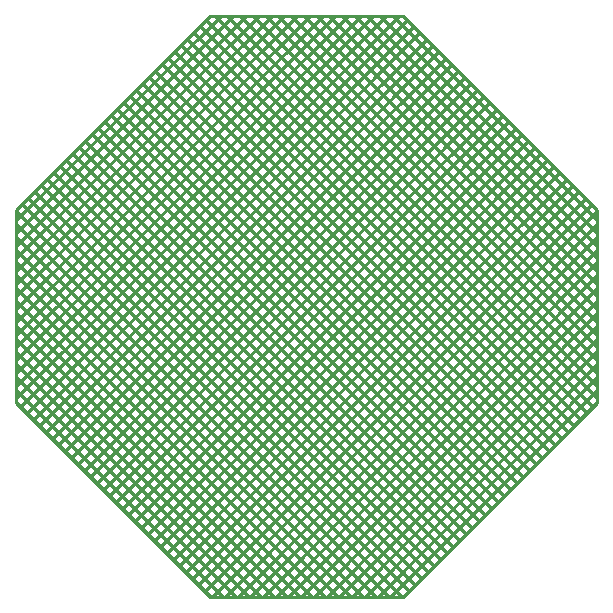
<source format=gtl>
G04 Layer: TopLayer*
G04 EasyEDA v6.5.9, 2022-09-28 16:40:11*
G04 a67cddfb3fce44daa9051d46cbbcc19f,10*
G04 Gerber Generator version 0.2*
G04 Scale: 100 percent, Rotated: No, Reflected: No *
G04 Dimensions in millimeters *
G04 leading zeros omitted , absolute positions ,4 integer and 5 decimal *
%FSLAX45Y45*%
%MOMM*%

%ADD10C,0.2540*%

%LPD*%
D10*
X3317302Y38862D02*
G01*
X1682796Y38862D01*
X1682796Y38862D02*
G01*
X38862Y1682796D01*
X38862Y1682796D02*
G01*
X38862Y3317302D01*
X38862Y3317302D02*
G01*
X1682796Y4961237D01*
X1682796Y4961237D02*
G01*
X3317302Y4961237D01*
X3317302Y4961237D02*
G01*
X4961237Y3317302D01*
X4961237Y3317302D02*
G01*
X4961237Y1682796D01*
X4961237Y1682796D02*
G01*
X3317302Y38862D01*
X38862Y1685347D02*
G01*
X1685347Y38862D01*
X38862Y1793110D02*
G01*
X1793110Y38862D01*
X38862Y1900873D02*
G01*
X1900873Y38862D01*
X38862Y2008636D02*
G01*
X2008636Y38862D01*
X38862Y2116399D02*
G01*
X2116399Y38862D01*
X38862Y2224162D02*
G01*
X2224162Y38862D01*
X38862Y2331925D02*
G01*
X2331925Y38862D01*
X38862Y2439688D02*
G01*
X2439688Y38862D01*
X38862Y2547451D02*
G01*
X2547451Y38862D01*
X38862Y2655214D02*
G01*
X2655214Y38862D01*
X38862Y2762977D02*
G01*
X2762977Y38862D01*
X38862Y2870741D02*
G01*
X2870741Y38862D01*
X38862Y2978504D02*
G01*
X2978504Y38862D01*
X38862Y3086267D02*
G01*
X3086267Y38862D01*
X38862Y3194030D02*
G01*
X3194030Y38862D01*
X38862Y3301793D02*
G01*
X3301793Y38862D01*
X84988Y3363429D02*
G01*
X3363429Y84988D01*
X138870Y3417310D02*
G01*
X3417310Y138870D01*
X192752Y3471192D02*
G01*
X3471192Y192752D01*
X246633Y3525073D02*
G01*
X3525073Y246633D01*
X300515Y3578955D02*
G01*
X3578955Y300515D01*
X354396Y3632837D02*
G01*
X3632837Y354396D01*
X408278Y3686718D02*
G01*
X3686718Y408278D01*
X462159Y3740600D02*
G01*
X3740600Y462159D01*
X516041Y3794481D02*
G01*
X3794481Y516041D01*
X569922Y3848363D02*
G01*
X3848363Y569922D01*
X623804Y3902244D02*
G01*
X3902244Y623804D01*
X677685Y3956126D02*
G01*
X3956126Y677685D01*
X731567Y4010007D02*
G01*
X4010007Y731567D01*
X785449Y4063889D02*
G01*
X4063889Y785449D01*
X839330Y4117770D02*
G01*
X4117770Y839330D01*
X893212Y4171652D02*
G01*
X4171652Y893212D01*
X947093Y4225533D02*
G01*
X4225533Y947093D01*
X1000975Y4279415D02*
G01*
X4279415Y1000975D01*
X1054856Y4333296D02*
G01*
X4333296Y1054856D01*
X1108738Y4387178D02*
G01*
X4387178Y1108738D01*
X1162619Y4441059D02*
G01*
X4441059Y1162619D01*
X1216501Y4494941D02*
G01*
X4494941Y1216501D01*
X1270382Y4548823D02*
G01*
X4548823Y1270382D01*
X1324264Y4602704D02*
G01*
X4602704Y1324264D01*
X1378145Y4656586D02*
G01*
X4656586Y1378145D01*
X1432027Y4710467D02*
G01*
X4710467Y1432027D01*
X1485908Y4764349D02*
G01*
X4764349Y1485908D01*
X1539790Y4818230D02*
G01*
X4818230Y1539790D01*
X1593671Y4872112D02*
G01*
X4872112Y1593671D01*
X1647553Y4925993D02*
G01*
X4925993Y1647553D01*
X1720073Y4961237D02*
G01*
X4961237Y1720073D01*
X1827836Y4961237D02*
G01*
X4961237Y1827836D01*
X1935599Y4961237D02*
G01*
X4961237Y1935599D01*
X2043362Y4961237D02*
G01*
X4961237Y2043362D01*
X2151125Y4961237D02*
G01*
X4961237Y2151125D01*
X2258888Y4961237D02*
G01*
X4961237Y2258888D01*
X2366651Y4961237D02*
G01*
X4961237Y2366651D01*
X2474414Y4961237D02*
G01*
X4961237Y2474414D01*
X2582177Y4961237D02*
G01*
X4961237Y2582177D01*
X2689941Y4961237D02*
G01*
X4961237Y2689941D01*
X2797704Y4961237D02*
G01*
X4961237Y2797704D01*
X2905467Y4961237D02*
G01*
X4961237Y2905467D01*
X3013230Y4961237D02*
G01*
X4961237Y3013230D01*
X3120993Y4961237D02*
G01*
X4961237Y3120993D01*
X3228756Y4961237D02*
G01*
X4961237Y3228756D01*
X3314653Y38862D02*
G01*
X4961237Y1685446D01*
X3206889Y38862D02*
G01*
X4961237Y1793209D01*
X3099126Y38862D02*
G01*
X4961237Y1900972D01*
X2991363Y38862D02*
G01*
X4961237Y2008735D01*
X2883600Y38862D02*
G01*
X4961237Y2116498D01*
X2775837Y38862D02*
G01*
X4961237Y2224261D01*
X2668074Y38862D02*
G01*
X4961237Y2332024D01*
X2560311Y38862D02*
G01*
X4961237Y2439787D01*
X2452548Y38862D02*
G01*
X4961237Y2547550D01*
X2344785Y38862D02*
G01*
X4961237Y2655313D01*
X2237022Y38862D02*
G01*
X4961237Y2763077D01*
X2129259Y38862D02*
G01*
X4961237Y2870840D01*
X2021496Y38862D02*
G01*
X4961237Y2978603D01*
X1913733Y38862D02*
G01*
X4961237Y3086366D01*
X1805969Y38862D02*
G01*
X4961237Y3194129D01*
X1698206Y38862D02*
G01*
X4961237Y3301892D01*
X1636620Y85038D02*
G01*
X4915060Y3363478D01*
X1582738Y138919D02*
G01*
X4861179Y3417360D01*
X1528857Y192801D02*
G01*
X4807297Y3471241D01*
X1474975Y246683D02*
G01*
X4753415Y3525123D01*
X1421094Y300564D02*
G01*
X4699534Y3579005D01*
X1367212Y354446D02*
G01*
X4645652Y3632886D01*
X1313331Y408327D02*
G01*
X4591771Y3686768D01*
X1259449Y462209D02*
G01*
X4537889Y3740649D01*
X1205568Y516090D02*
G01*
X4484008Y3794531D01*
X1151686Y569972D02*
G01*
X4430126Y3848412D01*
X1097805Y623853D02*
G01*
X4376245Y3902294D01*
X1043923Y677735D02*
G01*
X4322363Y3956175D01*
X990041Y731617D02*
G01*
X4268482Y4010057D01*
X936160Y785498D02*
G01*
X4214600Y4063938D01*
X882278Y839380D02*
G01*
X4160719Y4117820D01*
X828397Y893261D02*
G01*
X4106837Y4171701D01*
X774515Y947143D02*
G01*
X4052956Y4225583D01*
X720634Y1001024D02*
G01*
X3999074Y4279464D01*
X666752Y1054906D02*
G01*
X3945193Y4333346D01*
X612871Y1108787D02*
G01*
X3891311Y4387227D01*
X558989Y1162669D02*
G01*
X3837429Y4441109D01*
X505108Y1216550D02*
G01*
X3783548Y4494991D01*
X451226Y1270432D02*
G01*
X3729666Y4548872D01*
X397344Y1324313D02*
G01*
X3675785Y4602754D01*
X343463Y1378195D02*
G01*
X3621903Y4656635D01*
X289581Y1432076D02*
G01*
X3568022Y4710517D01*
X235700Y1485958D02*
G01*
X3514140Y4764398D01*
X181818Y1539839D02*
G01*
X3460259Y4818280D01*
X127937Y1593721D02*
G01*
X3406377Y4872161D01*
X74055Y1647603D02*
G01*
X3352496Y4926043D01*
X38862Y1720172D02*
G01*
X3279926Y4961237D01*
X38862Y1827935D02*
G01*
X3172163Y4961237D01*
X38862Y1935698D02*
G01*
X3064400Y4961237D01*
X38862Y2043461D02*
G01*
X2956637Y4961237D01*
X38862Y2151224D02*
G01*
X2848874Y4961237D01*
X38862Y2258987D02*
G01*
X2741111Y4961237D01*
X38862Y2366750D02*
G01*
X2633348Y4961237D01*
X38862Y2474513D02*
G01*
X2525585Y4961237D01*
X38862Y2582277D02*
G01*
X2417822Y4961237D01*
X38862Y2690040D02*
G01*
X2310059Y4961237D01*
X38862Y2797803D02*
G01*
X2202296Y4961237D01*
X38862Y2905566D02*
G01*
X2094533Y4961237D01*
X38862Y3013329D02*
G01*
X1986769Y4961237D01*
X38862Y3121092D02*
G01*
X1879006Y4961237D01*
X38862Y3228855D02*
G01*
X1771243Y4961237D01*
M02*

</source>
